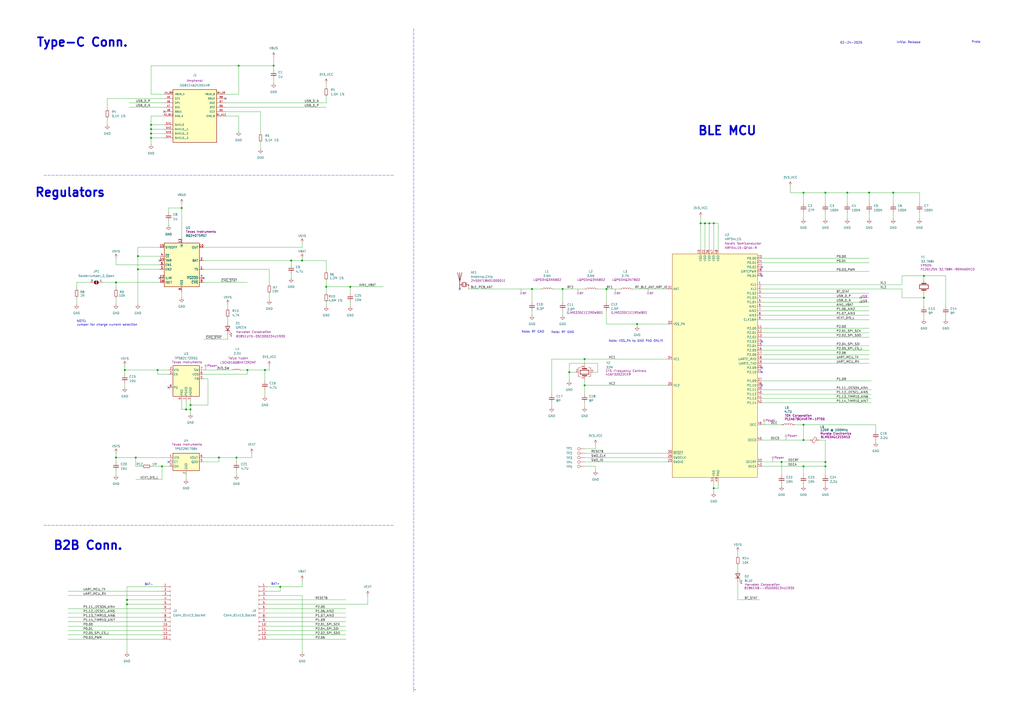
<source format=kicad_sch>
(kicad_sch (version 20250114) (generator "eeschema") (generator_version "9.0")
  (paper "A2")
  (title_block (title "nRF54L15 ProMicro") (date "2025-02-24") (rev "Proto") (company "BB Designs"))
  (text "NOTE: \nJumper for charge current selection" (at 44.45 187.452 0) (effects (font (size 1.27 1.27)) (justify left)))
  (text "Proto" (at 566.166 24.384 0) (effects (font (size 1.27 1.27))))
  (text "Note: VSS_PA to GND PAD ONLY!" (at 368.808 197.866 0) (effects (font (size 1.27 1.27))))
  (text "BAT+" (at 159.766 338.836 0) (effects (font (size 1.27 1.27))))
  (text "02-24-2025" (at 493.776 24.892 0) (effects (font (size 1.27 1.27))))
  (text "Initial Release" (at 527.05 24.638 0) (effects (font (size 1.27 1.27))))
  (text "BLE MCU" (at 421.894 75.946 0) (effects (font (size 5 5) (thickness 1) (bold yes))))
  (text "Note: RF GND" (at 309.118 192.532 0) (effects (font (size 1.27 1.27))))
  (text "Type-C Conn." (at 47.752 24.638 0) (effects (font (size 5 5) (thickness 1) (bold yes))))
  (text "BAT-" (at 86.36 339.09 0) (effects (font (size 1.27 1.27))))
  (text "Regulators" (at 40.64 111.76 0) (effects (font (size 5 5) (thickness 1) (bold yes))))
  (text "B2B Conn." (at 51.054 316.484 0) (effects (font (size 5 5) (thickness 1) (bold yes))))
  (text "Note: RF GND" (at 326.39 192.786 0) (effects (font (size 1.27 1.27))))
  (junction (at 72.39 214.63))
  (junction (at 105.41 120.65))
  (junction (at 466.09 111.76))
  (junction (at 466.09 270.51))
  (junction (at 203.2 166.37))
  (junction (at 137.16 265.43))
  (junction (at 408.94 129.54))
  (junction (at 339.09 223.52))
  (junction (at 87.63 77.47))
  (junction (at 87.63 80.01))
  (junction (at 162.56 340.36))
  (junction (at 143.51 214.63))
  (junction (at 91.44 214.63))
  (junction (at 478.79 111.76))
  (junction (at 110.49 234.95))
  (junction (at 73.66 350.52))
  (junction (at 351.79 167.64))
  (junction (at 478.79 270.51))
  (junction (at 326.39 167.64))
  (junction (at 504.19 111.76))
  (junction (at 339.09 208.28))
  (junction (at 189.23 166.37))
  (junction (at 107.95 237.49))
  (junction (at 466.09 255.27))
  (junction (at 453.39 267.97))
  (junction (at 414.02 129.54))
  (junction (at 93.98 270.51))
  (junction (at 158.75 38.1))
  (junction (at 138.43 38.1))
  (junction (at 330.2 215.9))
  (junction (at 67.31 163.83))
  (junction (at 80.01 156.21))
  (junction (at 73.66 347.98))
  (junction (at 175.26 151.13))
  (junction (at 308.61 167.64))
  (junction (at 87.63 74.93))
  (junction (at 466.09 246.38))
  (junction (at 369.57 187.96))
  (junction (at 67.31 265.43))
  (junction (at 87.63 72.39))
  (junction (at 535.94 172.72))
  (junction (at 153.67 214.63))
  (junction (at 127 265.43))
  (junction (at 168.91 151.13))
  (junction (at 535.94 160.02))
  (junction (at 78.74 265.43))
  (junction (at 518.16 111.76))
  (junction (at 80.01 148.59))
  (junction (at 491.49 111.76))
  (junction (at 110.49 237.49))
  (junction (at 414.02 283.21))
  (junction (at 406.4 129.54))
  (junction (at 411.48 129.54))
  (junction (at 478.79 267.97))
  (no_connect (at 441.96 154.94))
  (no_connect (at 130.81 57.15))
  (no_connect (at 441.96 215.9))
  (no_connect (at 441.96 160.02))
  (no_connect (at 92.71 161.29))
  (no_connect (at 92.71 151.13))
  (no_connect (at 441.96 223.52))
  (no_connect (at 441.96 213.36))
  (no_connect (at 441.96 198.12))
  (no_connect (at 266.7 167.64))
  (no_connect (at 118.11 161.29))
  (no_connect (at 97.79 224.79))
  (no_connect (at 97.79 267.97))
  (no_connect (at 95.25 64.77))
  (wire (pts (xy 441.96 170.18) (xy 504.19 170.18)))
  (wire (pts (xy 427.99 320.04) (xy 427.99 322.58)))
  (wire (pts (xy 320.04 208.28) (xy 320.04 228.6)))
  (wire (pts (xy 44.45 163.83) (xy 44.45 167.64)))
  (wire (pts (xy 308.61 167.64) (xy 313.69 167.64)))
  (wire (pts (xy 154.94 347.98) (xy 200.66 347.98)))
  (wire (pts (xy 93.98 270.51) (xy 93.98 278.13)))
  (wire (pts (xy 91.44 214.63) (xy 72.39 214.63)))
  (wire (pts (xy 339.09 208.28) (xy 387.35 208.28)))
  (wire (pts (xy 518.16 123.19) (xy 518.16 127)))
  (wire (pts (xy 118.11 265.43) (xy 127 265.43)))
  (wire (pts (xy 73.66 350.52) (xy 93.98 350.52)))
  (wire (pts (xy 87.63 72.39) (xy 87.63 74.93)))
  (wire (pts (xy 411.48 129.54) (xy 414.02 129.54)))
  (wire (pts (xy 120.65 219.71) (xy 120.65 234.95)))
  (wire (pts (xy 118.11 143.51) (xy 175.26 143.51)))
  (wire (pts (xy 138.43 67.31) (xy 138.43 76.2)))
  (wire (pts (xy 138.43 38.1) (xy 138.43 54.61)))
  (wire (pts (xy 93.98 340.36) (xy 73.66 340.36)))
  (wire (pts (xy 508 246.38) (xy 508 250.19)))
  (wire (pts (xy 154.94 345.44) (xy 175.26 345.44)))
  (wire (pts (xy 351.79 180.34) (xy 351.79 187.96)))
  (wire (pts (xy 154.94 370.84) (xy 200.66 370.84)))
  (wire (pts (xy 92.71 143.51) (xy 80.01 143.51)))
  (wire (pts (xy 130.81 62.23) (xy 189.23 62.23)))
  (wire (pts (xy 441.96 165.1) (xy 523.24 165.1)))
  (wire (pts (xy 345.44 260.35) (xy 345.44 257.81)))
  (wire (pts (xy 491.49 111.76) (xy 504.19 111.76)))
  (wire (pts (xy 523.24 160.02) (xy 535.94 160.02)))
  (wire (pts (xy 339.09 265.43) (xy 387.35 265.43)))
  (wire (pts (xy 87.63 270.51) (xy 93.98 270.51)))
  (wire (pts (xy 39.37 365.76) (xy 93.98 365.76)))
  (wire (pts (xy 508 255.27) (xy 508 256.54)))
  (wire (pts (xy 93.98 342.9) (xy 39.37 342.9)))
  (wire (pts (xy 93.98 355.6) (xy 39.37 355.6)))
  (wire (pts (xy 339.09 223.52) (xy 387.35 223.52)))
  (wire (pts (xy 466.09 270.51) (xy 478.79 270.51)))
  (wire (pts (xy 127 265.43) (xy 137.16 265.43)))
  (wire (pts (xy 132.08 184.15) (xy 132.08 186.69)))
  (wire (pts (xy 453.39 280.67) (xy 453.39 281.94)))
  (wire (pts (xy 44.45 163.83) (xy 52.07 163.83)))
  (wire (pts (xy 406.4 129.54) (xy 406.4 125.73)))
  (wire (pts (xy 168.91 151.13) (xy 168.91 153.67)))
  (wire (pts (xy 367.03 167.64) (xy 387.35 167.64)))
  (wire (pts (xy 478.79 267.97) (xy 453.39 267.97)))
  (wire (pts (xy 110.49 232.41) (xy 110.49 234.95)))
  (wire (pts (xy 441.96 270.51) (xy 466.09 270.51)))
  (wire (pts (xy 474.98 255.27) (xy 478.79 255.27)))
  (wire (pts (xy 158.75 33.02) (xy 158.75 38.1)))
  (wire (pts (xy 458.47 111.76) (xy 466.09 111.76)))
  (wire (pts (xy 72.39 214.63) (xy 72.39 217.17)))
  (wire (pts (xy 44.45 172.72) (xy 44.45 176.53)))
  (wire (pts (xy 87.63 38.1) (xy 87.63 54.61)))
  (wire (pts (xy 441.96 193.04) (xy 504.19 193.04)))
  (wire (pts (xy 508 246.38) (xy 466.09 246.38)))
  (wire (pts (xy 151.13 82.55) (xy 151.13 86.36)))
  (wire (pts (xy 441.96 226.06) (xy 505.46 226.06)))
  (wire (pts (xy 73.66 347.98) (xy 93.98 347.98)))
  (wire (pts (xy 154.94 350.52) (xy 213.36 350.52)))
  (wire (pts (xy 308.61 167.64) (xy 308.61 175.26)))
  (wire (pts (xy 132.08 176.53) (xy 132.08 179.07)))
  (wire (pts (xy 87.63 80.01) (xy 87.63 83.82)))
  (wire (pts (xy 67.31 163.83) (xy 92.71 163.83)))
  (wire (pts (xy 137.16 265.43) (xy 146.05 265.43)))
  (wire (pts (xy 466.09 255.27) (xy 469.9 255.27)))
  (wire (pts (xy 408.94 129.54) (xy 411.48 129.54)))
  (wire (pts (xy 414.02 129.54) (xy 416.56 129.54)))
  (wire (pts (xy 67.31 149.86) (xy 67.31 153.67)))
  (polyline (pts (xy 25.4 101.6) (xy 228.6 101.6)) (stroke (width 0) (type dash)))
  (wire (pts (xy 441.96 208.28) (xy 504.19 208.28)))
  (wire (pts (xy 466.09 123.19) (xy 466.09 127)))
  (wire (pts (xy 175.26 149.86) (xy 175.26 151.13)))
  (wire (pts (xy 120.65 219.71) (xy 118.11 219.71)))
  (wire (pts (xy 175.26 151.13) (xy 189.23 151.13)))
  (wire (pts (xy 339.09 233.68) (xy 339.09 236.22)))
  (wire (pts (xy 453.39 267.97) (xy 453.39 275.59)))
  (wire (pts (xy 189.23 48.26) (xy 189.23 50.8)))
  (wire (pts (xy 97.79 214.63) (xy 91.44 214.63)))
  (wire (pts (xy 87.63 38.1) (xy 138.43 38.1)))
  (wire (pts (xy 168.91 158.75) (xy 168.91 161.29)))
  (wire (pts (xy 535.94 182.88) (xy 535.94 185.42)))
  (wire (pts (xy 345.44 270.51) (xy 345.44 273.05)))
  (wire (pts (xy 308.61 180.34) (xy 308.61 182.88)))
  (wire (pts (xy 67.31 262.89) (xy 67.31 265.43)))
  (wire (pts (xy 162.56 340.36) (xy 175.26 340.36)))
  (wire (pts (xy 73.66 340.36) (xy 73.66 347.98)))
  (wire (pts (xy 441.96 157.48) (xy 504.19 157.48)))
  (wire (pts (xy 441.96 185.42) (xy 504.19 185.42)))
  (wire (pts (xy 320.04 233.68) (xy 320.04 236.22)))
  (wire (pts (xy 130.81 59.69) (xy 189.23 59.69)))
  (wire (pts (xy 533.4 111.76) (xy 533.4 118.11)))
  (wire (pts (xy 416.56 283.21) (xy 414.02 283.21)))
  (wire (pts (xy 168.91 151.13) (xy 175.26 151.13)))
  (wire (pts (xy 95.25 62.23) (xy 74.93 62.23)))
  (wire (pts (xy 504.19 111.76) (xy 518.16 111.76)))
  (wire (pts (xy 138.43 38.1) (xy 158.75 38.1)))
  (wire (pts (xy 162.56 342.9) (xy 162.56 340.36)))
  (wire (pts (xy 523.24 167.64) (xy 523.24 172.72)))
  (wire (pts (xy 441.96 220.98) (xy 505.46 220.98)))
  (wire (pts (xy 441.96 205.74) (xy 504.19 205.74)))
  (wire (pts (xy 97.79 128.27) (xy 97.79 130.81)))
  (wire (pts (xy 93.98 370.84) (xy 39.37 370.84)))
  (wire (pts (xy 59.69 163.83) (xy 67.31 163.83)))
  (wire (pts (xy 411.48 129.54) (xy 411.48 144.78)))
  (wire (pts (xy 326.39 180.34) (xy 326.39 182.88)))
  (wire (pts (xy 62.23 57.15) (xy 62.23 63.5)))
  (wire (pts (xy 143.51 214.63) (xy 143.51 217.17)))
  (wire (pts (xy 67.31 273.05) (xy 67.31 275.59)))
  (wire (pts (xy 93.98 368.3) (xy 39.37 368.3)))
  (wire (pts (xy 339.09 223.52) (xy 339.09 228.6)))
  (wire (pts (xy 97.79 270.51) (xy 93.98 270.51)))
  (wire (pts (xy 80.01 143.51) (xy 80.01 148.59)))
  (wire (pts (xy 153.67 214.63) (xy 153.67 220.98)))
  (wire (pts (xy 189.23 166.37) (xy 189.23 170.18)))
  (wire (pts (xy 441.96 152.4) (xy 504.19 152.4)))
  (wire (pts (xy 153.67 226.06) (xy 153.67 229.87)))
  (wire (pts (xy 87.63 74.93) (xy 87.63 77.47)))
  (wire (pts (xy 535.94 160.02) (xy 535.94 162.56)))
  (wire (pts (xy 548.64 160.02) (xy 548.64 177.8)))
  (wire (pts (xy 154.94 340.36) (xy 162.56 340.36)))
  (wire (pts (xy 80.01 148.59) (xy 92.71 148.59)))
  (wire (pts (xy 346.71 215.9) (xy 346.71 210.82)))
  (wire (pts (xy 461.01 246.38) (xy 466.09 246.38)))
  (wire (pts (xy 107.95 237.49) (xy 105.41 237.49)))
  (wire (pts (xy 320.04 208.28) (xy 339.09 208.28)))
  (wire (pts (xy 441.96 203.2) (xy 504.19 203.2)))
  (wire (pts (xy 414.02 279.4) (xy 414.02 283.21)))
  (wire (pts (xy 80.01 156.21) (xy 92.71 156.21)))
  (wire (pts (xy 93.98 345.44) (xy 39.37 345.44)))
  (wire (pts (xy 466.09 111.76) (xy 466.09 118.11)))
  (wire (pts (xy 339.09 260.35) (xy 345.44 260.35)))
  (wire (pts (xy 427.99 337.82) (xy 427.99 347.98)))
  (wire (pts (xy 491.49 111.76) (xy 491.49 118.11)))
  (wire (pts (xy 466.09 246.38) (xy 466.09 255.27)))
  (wire (pts (xy 441.96 228.6) (xy 505.46 228.6)))
  (wire (pts (xy 518.16 111.76) (xy 518.16 118.11)))
  (wire (pts (xy 62.23 57.15) (xy 95.25 57.15)))
  (wire (pts (xy 535.94 172.72) (xy 535.94 177.8)))
  (wire (pts (xy 95.25 72.39) (xy 87.63 72.39)))
  (wire (pts (xy 369.57 187.96) (xy 387.35 187.96)))
  (wire (pts (xy 478.79 123.19) (xy 478.79 127)))
  (wire (pts (xy 189.23 175.26) (xy 189.23 177.8)))
  (wire (pts (xy 93.98 353.06) (xy 39.37 353.06)))
  (wire (pts (xy 339.09 270.51) (xy 345.44 270.51)))
  (wire (pts (xy 478.79 111.76) (xy 491.49 111.76)))
  (wire (pts (xy 535.94 170.18) (xy 535.94 172.72)))
  (wire (pts (xy 154.94 358.14) (xy 200.66 358.14)))
  (wire (pts (xy 72.39 212.09) (xy 72.39 214.63)))
  (wire (pts (xy 153.67 214.63) (xy 156.21 214.63)))
  (wire (pts (xy 326.39 167.64) (xy 326.39 175.26)))
  (wire (pts (xy 87.63 67.31) (xy 87.63 72.39)))
  (wire (pts (xy 408.94 129.54) (xy 406.4 129.54)))
  (wire (pts (xy 158.75 45.72) (xy 158.75 48.26)))
  (polyline (pts (xy 25.4 304.8) (xy 228.6 304.8)) (stroke (width 0) (type dash)))
  (wire (pts (xy 441.96 167.64) (xy 523.24 167.64)))
  (wire (pts (xy 414.02 283.21) (xy 414.02 285.75)))
  (wire (pts (xy 453.39 267.97) (xy 441.96 267.97)))
  (wire (pts (xy 441.96 177.8) (xy 504.19 177.8)))
  (wire (pts (xy 466.09 111.76) (xy 478.79 111.76)))
  (wire (pts (xy 91.44 217.17) (xy 91.44 214.63)))
  (wire (pts (xy 466.09 280.67) (xy 466.09 281.94)))
  (wire (pts (xy 416.56 279.4) (xy 416.56 283.21)))
  (wire (pts (xy 339.09 219.71) (xy 339.09 223.52)))
  (wire (pts (xy 67.31 265.43) (xy 67.31 267.97)))
  (wire (pts (xy 118.11 267.97) (xy 127 267.97)))
  (wire (pts (xy 97.79 120.65) (xy 97.79 123.19)))
  (wire (pts (xy 151.13 64.77) (xy 151.13 77.47)))
  (wire (pts (xy 80.01 156.21) (xy 80.01 176.53)))
  (wire (pts (xy 168.91 151.13) (xy 118.11 151.13)))
  (wire (pts (xy 330.2 215.9) (xy 330.2 220.98)))
  (wire (pts (xy 441.96 180.34) (xy 504.19 180.34)))
  (wire (pts (xy 478.79 270.51) (xy 478.79 275.59)))
  (wire (pts (xy 535.94 160.02) (xy 548.64 160.02)))
  (wire (pts (xy 92.71 153.67) (xy 67.31 153.67)))
  (wire (pts (xy 441.96 233.68) (xy 505.46 233.68)))
  (wire (pts (xy 105.41 120.65) (xy 105.41 138.43)))
  (wire (pts (xy 154.94 355.6) (xy 200.66 355.6)))
  (wire (pts (xy 72.39 222.25) (xy 72.39 224.79)))
  (wire (pts (xy 156.21 156.21) (xy 156.21 165.1)))
  (wire (pts (xy 120.65 234.95) (xy 110.49 234.95)))
  (wire (pts (xy 408.94 144.78) (xy 408.94 129.54)))
  (wire (pts (xy 203.2 166.37) (xy 203.2 170.18)))
  (wire (pts (xy 441.96 182.88) (xy 504.19 182.88)))
  (wire (pts (xy 458.47 107.95) (xy 458.47 111.76)))
  (wire (pts (xy 97.79 217.17) (xy 91.44 217.17)))
  (wire (pts (xy 139.7 214.63) (xy 143.51 214.63)))
  (wire (pts (xy 441.96 190.5) (xy 504.19 190.5)))
  (wire (pts (xy 344.17 215.9) (xy 346.71 215.9)))
  (wire (pts (xy 441.96 200.66) (xy 504.19 200.66)))
  (wire (pts (xy 339.09 208.28) (xy 339.09 212.09)))
  (wire (pts (xy 406.4 144.78) (xy 406.4 129.54)))
  (wire (pts (xy 154.94 342.9) (xy 162.56 342.9)))
  (wire (pts (xy 518.16 111.76) (xy 533.4 111.76)))
  (wire (pts (xy 93.98 363.22) (xy 39.37 363.22)))
  (wire (pts (xy 441.96 172.72) (xy 504.19 172.72)))
  (wire (pts (xy 330.2 215.9) (xy 334.01 215.9)))
  (wire (pts (xy 478.79 280.67) (xy 478.79 281.94)))
  (wire (pts (xy 189.23 59.69) (xy 189.23 55.88)))
  (wire (pts (xy 80.01 148.59) (xy 80.01 156.21)))
  (wire (pts (xy 548.64 182.88) (xy 548.64 185.42)))
  (wire (pts (xy 213.36 345.44) (xy 213.36 350.52)))
  (wire (pts (xy 137.16 273.05) (xy 137.16 275.59)))
  (wire (pts (xy 175.26 336.55) (xy 175.26 340.36)))
  (wire (pts (xy 158.75 38.1) (xy 158.75 40.64)))
  (wire (pts (xy 478.79 255.27) (xy 478.79 267.97)))
  (wire (pts (xy 441.96 195.58) (xy 504.19 195.58)))
  (polyline (pts (xy 240.03 16.51) (xy 240.03 401.32)) (stroke (width 0) (type dash)))
  (wire (pts (xy 504.19 123.19) (xy 504.19 127)))
  (wire (pts (xy 87.63 77.47) (xy 87.63 80.01)))
  (wire (pts (xy 67.31 172.72) (xy 67.31 176.53)))
  (wire (pts (xy 73.66 350.52) (xy 73.66 378.46)))
  (wire (pts (xy 95.25 67.31) (xy 87.63 67.31)))
  (wire (pts (xy 441.96 175.26) (xy 504.19 175.26)))
  (wire (pts (xy 326.39 167.64) (xy 339.09 167.64)))
  (wire (pts (xy 118.11 196.85) (xy 132.08 196.85)))
  (wire (pts (xy 441.96 231.14) (xy 505.46 231.14)))
  (wire (pts (xy 339.09 267.97) (xy 387.35 267.97)))
  (wire (pts (xy 118.11 217.17) (xy 143.51 217.17)))
  (wire (pts (xy 130.81 54.61) (xy 138.43 54.61)))
  (wire (pts (xy 137.16 265.43) (xy 137.16 267.97)))
  (wire (pts (xy 203.2 166.37) (xy 222.25 166.37)))
  (wire (pts (xy 127 267.97) (xy 127 265.43)))
  (wire (pts (xy 416.56 129.54) (xy 416.56 144.78)))
  (wire (pts (xy 105.41 232.41) (xy 105.41 237.49)))
  (wire (pts (xy 491.49 123.19) (xy 491.49 127)))
  (wire (pts (xy 504.19 111.76) (xy 504.19 118.11)))
  (wire (pts (xy 130.81 64.77) (xy 151.13 64.77)))
  (wire (pts (xy 78.74 270.51) (xy 78.74 265.43)))
  (wire (pts (xy 414.02 144.78) (xy 414.02 129.54)))
  (wire (pts (xy 351.79 167.64) (xy 351.79 175.26)))
  (wire (pts (xy 346.71 210.82) (xy 330.2 210.82)))
  (wire (pts (xy 351.79 167.64) (xy 359.41 167.64)))
  (wire (pts (xy 154.94 363.22) (xy 200.66 363.22)))
  (wire (pts (xy 132.08 196.85) (xy 132.08 194.31)))
  (wire (pts (xy 369.57 187.96) (xy 369.57 189.23)))
  (wire (pts (xy 523.24 172.72) (xy 535.94 172.72)))
  (polyline (pts (xy 240.03 400.05) (xy 241.3 400.05)))
  (wire (pts (xy 110.49 237.49) (xy 110.49 240.03)))
  (wire (pts (xy 67.31 265.43) (xy 78.74 265.43)))
  (wire (pts (xy 175.26 140.97) (xy 175.26 143.51)))
  (wire (pts (xy 441.96 246.38) (xy 453.39 246.38)))
  (wire (pts (xy 203.2 175.26) (xy 203.2 177.8)))
  (wire (pts (xy 339.09 262.89) (xy 387.35 262.89)))
  (wire (pts (xy 189.23 151.13) (xy 189.23 157.48)))
  (wire (pts (xy 118.11 163.83) (xy 143.51 163.83)))
  (wire (pts (xy 143.51 214.63) (xy 153.67 214.63)))
  (wire (pts (xy 95.25 59.69) (xy 74.93 59.69)))
  (wire (pts (xy 189.23 166.37) (xy 203.2 166.37)))
  (wire (pts (xy 97.79 120.65) (xy 105.41 120.65)))
  (wire (pts (xy 154.94 360.68) (xy 200.66 360.68)))
  (wire (pts (xy 78.74 278.13) (xy 93.98 278.13)))
  (wire (pts (xy 154.94 368.3) (xy 200.66 368.3)))
  (wire (pts (xy 533.4 123.19) (xy 533.4 127)))
  (wire (pts (xy 154.94 365.76) (xy 200.66 365.76)))
  (wire (pts (xy 87.63 54.61) (xy 95.25 54.61)))
  (wire (pts (xy 441.96 255.27) (xy 466.09 255.27)))
  (wire (pts (xy 73.66 347.98) (xy 73.66 350.52)))
  (wire (pts (xy 441.96 149.86) (xy 504.19 149.86)))
  (wire (pts (xy 466.09 270.51) (xy 466.09 275.59)))
  (wire (pts (xy 118.11 156.21) (xy 156.21 156.21)))
  (wire (pts (xy 156.21 170.18) (xy 156.21 173.99)))
  (wire (pts (xy 95.25 74.93) (xy 87.63 74.93)))
  (wire (pts (xy 351.79 187.96) (xy 369.57 187.96)))
  (wire (pts (xy 93.98 358.14) (xy 39.37 358.14)))
  (wire (pts (xy 175.26 345.44) (xy 175.26 378.46)))
  (wire (pts (xy 107.95 275.59) (xy 107.95 278.13)))
  (wire (pts (xy 130.81 67.31) (xy 138.43 67.31)))
  (wire (pts (xy 146.05 262.89) (xy 146.05 265.43)))
  (wire (pts (xy 62.23 68.58) (xy 62.23 72.39)))
  (wire (pts (xy 427.99 347.98) (xy 440.69 347.98)))
  (wire (pts (xy 189.23 162.56) (xy 189.23 166.37)))
  (wire (pts (xy 118.11 214.63) (xy 134.62 214.63)))
  (wire (pts (xy 95.25 77.47) (xy 87.63 77.47)))
  (wire (pts (xy 82.55 270.51) (xy 78.74 270.51)))
  (wire (pts (xy 93.98 360.68) (xy 39.37 360.68)))
  (wire (pts (xy 105.41 118.11) (xy 105.41 120.65)))
  (wire (pts (xy 110.49 237.49) (xy 107.95 237.49)))
  (wire (pts (xy 321.31 167.64) (xy 326.39 167.64)))
  (wire (pts (xy 523.24 160.02) (xy 523.24 165.1)))
  (wire (pts (xy 330.2 210.82) (xy 330.2 215.9)))
  (wire (pts (xy 346.71 167.64) (xy 351.79 167.64)))
  (wire (pts (xy 107.95 232.41) (xy 107.95 237.49)))
  (wire (pts (xy 105.41 168.91) (xy 105.41 172.72)))
  (wire (pts (xy 427.99 327.66) (xy 427.99 330.2)))
  (wire (pts (xy 67.31 163.83) (xy 67.31 167.64)))
  (wire (pts (xy 478.79 270.51) (xy 478.79 267.97)))
  (wire (pts (xy 110.49 234.95) (xy 110.49 237.49)))
  (wire (pts (xy 478.79 111.76) (xy 478.79 118.11)))
  (wire (pts (xy 156.21 212.09) (xy 156.21 214.63)))
  (wire (pts (xy 441.96 210.82) (xy 504.19 210.82)))
  (wire (pts (xy 97.79 265.43) (xy 78.74 265.43)))
  (wire (pts (xy 154.94 353.06) (xy 200.66 353.06)))
  (wire (pts (xy 95.25 80.01) (xy 87.63 80.01)))
  (wire (pts (xy 271.78 167.64) (xy 308.61 167.64)))
  (label "~{CHG_STAT}" (at 119.38 196.85 0))
  (label "P2.06" (at 485.14 205.74 0))
  (label "DECD" (at 447.04 255.27 0))
  (label "UART_MCU_TX" (at 48.26 342.9 0))
  (label "P2.04_SPI_SDI" (at 182.88 365.76 0))
  (label "P1.07_AIN3" (at 485.14 182.88 0))
  (label "P1.11_I2CSDA_AIN4" (at 48.26 353.06 0))
  (label "UART_MCU_RX" (at 485.14 210.82 0))
  (label "BT_STAT" (at 485.14 170.18 0))
  (label "RF2" (at 328.93 167.64 0))
  (label "DECA" (at 457.2 270.51 0))
  (label "P2.04_SPI_SDI" (at 485.14 200.66 0))
  (label "USB_D_P" (at 485.14 172.72 0))
  (label "P0.03_PWM" (at 485.14 157.48 0))
  (label "VEXT_DIS_L" (at 81.28 278.13 0))
  (label "XC1" (at 353.06 208.28 0))
  (label "P1.13_TIMR10_AIN6" (at 485.14 231.14 0))
  (label "P0.00" (at 485.14 149.86 0))
  (label "SWD_CLK" (at 342.9 265.43 0))
  (label "P2.01_SPI_SCK" (at 485.14 193.04 0))
  (label "UART_MCU_TX" (at 485.14 208.28 0))
  (label "P0.01" (at 485.14 152.4 0))
  (label "XL1" (at 510.54 165.1 0))
  (label "P1.07_AIN3" (at 182.88 358.14 0))
  (label "DECRF" (at 457.2 267.97 0))
  (label "SWD_IO" (at 342.9 267.97 0))
  (label "3V3_SW" (at 125.73 214.63 0))
  (label "P2.06" (at 182.88 370.84 0))
  (label "USB_D_N" (at 78.74 62.23 0))
  (label "USB_D_N" (at 485.14 175.26 0))
  (label "P0.01" (at 48.26 365.76 0))
  (label "P0.03_PWM" (at 48.26 370.84 0))
  (label "P1.11_I2CSDA_AIN4" (at 485.14 226.06 0))
  (label "P2.05_SPI_CS_L" (at 48.26 368.3 0))
  (label "DCC" (at 447.04 246.38 0))
  (label "XL2" (at 510.54 167.64 0))
  (label "P2.00" (at 182.88 353.06 0))
  (label "P1.14_TIMR10_AIN7" (at 485.14 233.68 0))
  (label "P2.01_SPI_SCK" (at 182.88 363.22 0))
  (label "BT_STAT" (at 431.8 347.98 0))
  (label "USB_D_P" (at 176.53 62.23 0))
  (label "USB_D_N" (at 176.53 59.69 0))
  (label "UART_MCU_RX" (at 48.26 345.44 0))
  (label "USB_D_P" (at 78.74 59.69 0))
  (label "BLE_PCB_ANT" (at 273.05 167.64 0))
  (label "AIN1_VBAT" (at 208.28 166.37 0))
  (label "P2.02_SPI_SDO" (at 182.88 368.3 0))
  (label "~{CHG_STAT}" (at 128.27 163.83 0))
  (label "P2.00" (at 485.14 190.5 0))
  (label "P1.12_I2CSCL_AIN5" (at 485.14 228.6 0))
  (label "P1.06_AIN2" (at 182.88 355.6 0))
  (label "VEXT_DIS_L" (at 485.14 185.42 0))
  (label "RESETB" (at 182.88 347.98 0))
  (label "P2.02_SPI_SDO" (at 485.14 195.58 0))
  (label "P1.14_TIMR10_AIN7" (at 48.26 360.68 0))
  (label "XC2" (at 353.06 223.52 0))
  (label "P0.00" (at 48.26 363.22 0))
  (label "RF_BLE_ANT_NRF_IO" (at 368.3 167.64 0))
  (label "RESETB" (at 342.9 262.89 0))
  (label "P1.09" (at 485.14 220.98 0))
  (label "P1.12_I2CSCL_AIN5" (at 48.26 355.6 0))
  (label "P1.06_AIN2" (at 485.14 180.34 0))
  (label "P2.05_SPI_CS_L" (at 485.14 203.2 0))
  (label "AIN1_VBAT" (at 485.14 177.8 0))
  (label "P1.13_TIMR10_AIN6" (at 48.26 358.14 0))
  (label "RF1" (at 351.79 167.64 0))
  (label "P1.09" (at 182.88 360.68 0))
  (netclass_flag "" (length 2.54) (shape round) (at 119.38 214.63 0) (property "Netclass" "Power" (at 120.0785 212.09 0) (effects (font (italic yes)) (justify left))))
  (netclass_flag "" (length 2.54) (shape round) (at 302.26 167.64 180) (property "Netclass" "RF" (at 302.9585 170.18 0) (effects (font (italic yes)) (justify left))))
  (netclass_flag "" (length 2.54) (shape round) (at 455.93 255.27 0) (property "Netclass" "Power" (at 456.6285 252.73 0) (effects (font (italic yes)) (justify left))))
  (netclass_flag "" (length 2.54) (shape round) (at 356.87 167.64 180) (property "Netclass" "RF" (at 357.5685 170.18 0) (effects (font (italic yes)) (justify left))))
  (netclass_flag "" (length 2.54) (shape round) (at 501.65 172.72 90) (property "Netclass" "USB" (at 499.11 172.0215 0) (effects (font (italic yes)) (justify left))))
  (netclass_flag "" (length 2.54) (shape round) (at 375.92 167.64 180) (property "Netclass" "RF" (at 376.6185 170.18 0) (effects (font (italic yes)) (justify left))))
  (netclass_flag "" (length 2.54) (shape round) (at 443.23 246.38 0) (property "Netclass" "Power" (at 443.9285 243.84 0) (effects (font (italic yes)) (justify left))))
  (netclass_flag "" (length 2.54) (shape round) (at 448.31 267.97 0) (property "Netclass" "Power" (at 449.0085 265.43 0) (effects (font (italic yes)) (justify left))))
  (netclass_flag "" (length 2.54) (shape round) (at 335.28 167.64 180) (property "Netclass" "RF" (at 335.9785 170.18 0) (effects (font (italic yes)) (justify left))))
  (netclass_flag "" (length 2.54) (shape round) (at 501.65 175.26 90) (property "Netclass" "USB" (at 499.11 174.5615 0) (effects (font (italic yes)) (justify left))))
  (symbol (lib_id "power:GND") (at 158.75 48.26 0) (unit 1)
    (property "Reference" "#PWR053" (effects (hide yes)))
    (property "Value" "GND" (at 158.75 53.34 0))
    (property "Description" "Power symbol creates a global label with name \"GND\" , ground" (effects (hide yes)))
  )
  (symbol (lib_id "Device:C_Small") (at 97.79 125.73 0) (unit 1)
    (property "Reference" "C8" (at 100.33 124.4662 0) (effects (justify left)))
    (property "Value" "1U" (at 100.33 127.0062 0) (effects (justify left)))
    (property "Footprint" "Capacitor_SMD:C_0201_0603Metric" (effects (hide yes)))
    (property "Description" "Unpolarized capacitor, small symbol" (effects (hide yes)))
  )
  (symbol (lib_id "power:GND") (at 345.44 273.05 0) (unit 1)
    (property "Reference" "#PWR062" (effects (hide yes)))
    (property "Value" "GND" (at 345.44 278.13 0))
    (property "Description" "Power symbol creates a global label with name \"GND\" , ground" (effects (hide yes)))
  )
  (symbol (lib_id "power:GND") (at 326.39 182.88 0) (unit 1)
    (property "Reference" "#PWR015" (effects (hide yes)))
    (property "Value" "GND" (at 326.39 187.96 0))
    (property "Description" "Power symbol creates a global label with name \"GND\" , ground" (effects (hide yes)))
  )
  (symbol (lib_id "Power_Management:TPS22917DBV") (at 107.95 267.97 0) (unit 1)
    (property "Reference" "U4" (at 107.95 255.524 0))
    (property "Value" "TPS22917DBV" (at 107.95 260.35 0))
    (property "Footprint" "Package_TO_SOT_SMD:SOT-23-6" (effects (hide yes)))
    (property "Datasheet" "http://www.ti.com/lit/ds/symlink/tps22917.pdf" (effects (hide yes)))
    (property "Description" "1V to 5.5V, 2A, 80mΩ Ultra-Low Leakage Load Switch, SOT23-6" (effects (hide yes)))
    (property "MFG_PN" "TPS22917DBVR" (effects (hide yes)))
    (property "MFG" "Texas Instruments" (at 108.458 257.81 0))
  )
  (symbol (lib_id "power:GND") (at 137.16 275.59 0) (unit 1)
    (property "Reference" "#PWR037" (effects (hide yes)))
    (property "Value" "GND" (at 137.16 280.67 0))
    (property "Description" "Power symbol creates a global label with name \"GND\" , ground" (effects (hide yes)))
  )
  (symbol (lib_id "Device:L_Small") (at 137.16 214.63 90) (unit 1)
    (property "Reference" "L4" (at 137.668 202.438 90))
    (property "Value" "2.2U" (at 137.668 204.978 90))
    (property "Footprint" "Inductor_SMD:L_0603_1608Metric" (effects (hide yes)))
    (property "Datasheet" "https://www.mouser.com/datasheet/2/396/Taiyo_Yuden_5_6_2024_LSCND1608HKT2R2MF_SS-3453056.pdf" (effects (hide yes)))
    (property "Description" "Inductor, small symbol" (effects (hide yes)))
    (property "MFG" "Taiyo Yuden" (at 138.176 207.772 90))
    (property "MFG_PN" "LSCND1608HKT2R2MF" (at 138.176 210.312 90))
  )
  (symbol (lib_id "Device:L") (at 342.9 167.64 90) (unit 1)
    (property "Reference" "L2" (at 342.646 157.48 90))
    (property "Value" "3.5N" (at 342.646 160.02 90))
    (property "Footprint" "Inductor_SMD:L_0201_0603Metric" (effects (hide yes)))
    (property "Description" "Inductor" (effects (hide yes)))
    (property "MFG_PN" "LQP03HQ3N5B02" (at 342.9 162.306 90))
  )
  (symbol (lib_id "power:GND") (at 62.23 72.39 0) (unit 1)
    (property "Reference" "#PWR043" (effects (hide yes)))
    (property "Value" "GND" (at 62.23 77.47 0))
    (property "Description" "Power symbol creates a global label with name \"GND\" , ground" (effects (hide yes)))
  )
  (symbol (lib_id "power:GND") (at 203.2 177.8 0) (unit 1)
    (property "Reference" "#PWR02" (effects (hide yes)))
    (property "Value" "GND" (at 203.2 182.88 0))
    (property "Description" "Power symbol creates a global label with name \"GND\" , ground" (effects (hide yes)))
  )
  (symbol (lib_id "Device:FerriteBead_Small") (at 472.44 255.27 90) (unit 1)
    (property "Reference" "L6" (at 477.012 247.65 90))
    (property "Value" "120R @ 100MHz" (at 483.87 249.428 90))
    (property "Footprint" "Inductor_SMD:L_0201_0603Metric" (effects (hide yes)))
    (property "Description" "Ferrite bead, small symbol" (effects (hide yes)))
    (property "MFG" "Murata Electronics" (at 484.886 251.46 90))
    (property "MFG_PN" "BLM03AG121SN1D" (at 484.632 253.492 90))
  )
  (symbol (lib_id "Device:C_Small") (at 72.39 219.71 0) (unit 1)
    (property "Reference" "C15" (at 74.93 218.4462 0) (effects (justify left)))
    (property "Value" "10U" (at 74.93 220.9862 0) (effects (justify left)))
    (property "Footprint" "Capacitor_SMD:C_0402_1005Metric" (effects (hide yes)))
    (property "Description" "Unpolarized capacitor, small symbol" (effects (hide yes)))
  )
  (symbol (lib_id "power:GND") (at 72.39 224.79 0) (unit 1)
    (property "Reference" "#PWR051" (effects (hide yes)))
    (property "Value" "GND" (at 72.39 229.87 0))
    (property "Description" "Power symbol creates a global label with name \"GND\" , ground" (effects (hide yes)))
  )
  (symbol (lib_id "power:GND") (at 466.09 281.94 0) (unit 1)
    (property "Reference" "#PWR026" (effects (hide yes)))
    (property "Value" "GND" (at 466.09 287.02 0))
    (property "Description" "Power symbol creates a global label with name \"GND\" , ground" (effects (hide yes)))
  )
  (symbol (lib_id "power:GND") (at 478.79 127 0) (unit 1)
    (property "Reference" "#PWR05" (effects (hide yes)))
    (property "Value" "GND" (at 478.79 132.08 0))
    (property "Description" "Power symbol creates a global label with name \"GND\" , ground" (effects (hide yes)))
  )
  (symbol (lib_id "power:GND") (at 168.91 161.29 0) (unit 1)
    (property "Reference" "#PWR064" (effects (hide yes)))
    (property "Value" "GND" (at 168.91 166.37 0))
    (property "Description" "Power symbol creates a global label with name \"GND\" , ground" (effects (hide yes)))
  )
  (symbol (lib_id "Device:C_Small") (at 466.09 278.13 0) (unit 1)
    (property "Reference" "C23" (at 468.63 276.8662 0) (effects (justify left)))
    (property "Value" "10N" (at 468.63 279.4062 0) (effects (justify left)))
    (property "Footprint" "Capacitor_SMD:C_0201_0603Metric" (effects (hide yes)))
    (property "Description" "Unpolarized capacitor, small symbol" (effects (hide yes)))
  )
  (symbol (lib_id "Device:R_Small") (at 151.13 80.01 0) (unit 1)
    (property "Reference" "R5" (at 153.67 78.7399 0) (effects (justify left)))
    (property "Value" "5.1K 1%" (at 153.67 81.2799 0) (effects (justify left)))
    (property "Footprint" "Resistor_SMD:R_0201_0603Metric" (effects (hide yes)))
    (property "Description" "Resistor, small symbol" (effects (hide yes)))
  )
  (symbol (lib_id "power:VCC") (at 189.23 48.26 0) (unit 1)
    (property "Reference" "#PWR063" (effects (hide yes)))
    (property "Value" "3V3_VCC" (at 189.23 43.18 0))
    (property "Description" "Power symbol creates a global label with name \"VCC\"" (effects (hide yes)))
  )
  (symbol (lib_id "power:GND") (at 308.61 182.88 0) (unit 1)
    (property "Reference" "#PWR014" (effects (hide yes)))
    (property "Value" "GND" (at 308.61 187.96 0))
    (property "Description" "Power symbol creates a global label with name \"GND\" , ground" (effects (hide yes)))
  )
  (symbol (lib_id "power:VCC") (at 213.36 345.44 0) (unit 1)
    (property "Reference" "#PWR029" (effects (hide yes)))
    (property "Value" "VEXT" (at 213.36 340.36 0))
    (property "Description" "Power symbol creates a global label with name \"VCC\"" (effects (hide yes)))
  )
  (symbol (lib_id "Jumper:SolderJumper_2_Open") (at 55.88 163.83 180) (unit 1) (exclude_from_sim yes) (in_bom no)
    (property "Reference" "JP1" (at 55.88 157.48 0))
    (property "Value" "SolderJumper_2_Open" (at 55.88 160.02 0))
    (property "Footprint" "Jumper:SolderJumper-2_P1.3mm_Open_RoundedPad1.0x1.5mm" (effects (hide yes)))
    (property "Description" "Solder Jumper, 2-pole, open" (effects (hide yes)))
  )
  (symbol (lib_id "Device:C_Small") (at 168.91 156.21 0) (unit 1)
    (property "Reference" "C9" (at 171.45 154.9462 0) (effects (justify left)))
    (property "Value" "4.7U" (at 171.45 157.4862 0) (effects (justify left)))
    (property "Footprint" "Capacitor_SMD:C_0402_1005Metric" (effects (hide yes)))
    (property "Description" "Unpolarized capacitor, small symbol" (effects (hide yes)))
  )
  (symbol (lib_id "Device:R_Small") (at 67.31 170.18 180) (unit 1)
    (property "Reference" "R9" (at 70.612 169.418 0))
    (property "Value" "10K" (at 70.866 171.45 0))
    (property "Footprint" "Resistor_SMD:R_0201_0603Metric" (effects (hide yes)))
    (property "Description" "Resistor, small symbol" (effects (hide yes)))
  )
  (symbol (lib_id "power:GND") (at 535.94 185.42 0) (unit 1)
    (property "Reference" "#PWR010" (effects (hide yes)))
    (property "Value" "GND" (at 535.94 190.5 0))
    (property "Description" "Power symbol creates a global label with name \"GND\" , ground" (effects (hide yes)))
  )
  (symbol (lib_id "Device:R_Small") (at 132.08 181.61 0) (unit 1)
    (property "Reference" "R13" (at 134.62 180.3399 0) (effects (justify left)))
    (property "Value" "4.7K" (at 134.62 182.8799 0) (effects (justify left)))
    (property "Footprint" "Resistor_SMD:R_0201_0603Metric" (effects (hide yes)))
    (property "Description" "Resistor, small symbol" (effects (hide yes)))
  )
  (symbol (lib_id "Device:C_Small") (at 533.4 120.65 0) (unit 1)
    (property "Reference" "C7" (at 535.94 119.3862 0) (effects (justify left)))
    (property "Value" "100N" (at 535.94 121.9262 0) (effects (justify left)))
    (property "Footprint" "Capacitor_SMD:C_0201_0603Metric" (effects (hide yes)))
    (property "Description" "Unpolarized capacitor, small symbol" (effects (hide yes)))
  )
  (symbol (lib_id "power:VCC") (at 146.05 262.89 0) (unit 1)
    (property "Reference" "#PWR049" (effects (hide yes)))
    (property "Value" "VEXT" (at 146.05 257.81 0))
    (property "Description" "Power symbol creates a global label with name \"VCC\"" (effects (hide yes)))
  )
  (symbol (lib_id "Device:C_Small") (at 535.94 180.34 0) (unit 1)
    (property "Reference" "C13" (at 538.48 179.0762 0) (effects (justify left)))
    (property "Value" "9P" (at 538.48 181.6162 0) (effects (justify left)))
    (property "Footprint" "Capacitor_SMD:C_0201_0603Metric" (effects (hide yes)))
    (property "Description" "Unpolarized capacitor, small symbol" (effects (hide yes)))
  )
  (symbol (lib_id "power:GND") (at 175.26 378.46 0) (unit 1)
    (property "Reference" "#PWR012" (effects (hide yes)))
    (property "Value" "GND" (at 175.26 383.54 0))
    (property "Description" "Power symbol creates a global label with name \"GND\" , ground" (effects (hide yes)))
  )
  (symbol (lib_id "power:VCC") (at 175.26 140.97 0) (unit 1)
    (property "Reference" "#PWR045" (effects (hide yes)))
    (property "Value" "VSYS" (at 175.26 136.906 0))
    (property "Description" "Power symbol creates a global label with name \"VCC\"" (effects (hide yes)))
  )
  (symbol (lib_id "Device:C_Small") (at 339.09 231.14 0) (unit 1)
    (property "Reference" "C18" (at 341.63 229.8762 0) (effects (justify left)))
    (property "Value" "8P" (at 341.63 232.4162 0) (effects (justify left)))
    (property "Footprint" "Capacitor_SMD:C_0201_0603Metric" (effects (hide yes)))
    (property "Description" "Unpolarized capacitor, small symbol" (effects (hide yes)))
  )
  (symbol (lib_id "Device:R_Small") (at 156.21 167.64 180) (unit 1)
    (property "Reference" "R7" (at 159.512 166.878 0))
    (property "Value" "10K" (at 159.766 168.91 0))
    (property "Footprint" "Resistor_SMD:R_0201_0603Metric" (effects (hide yes)))
    (property "Description" "Resistor, small symbol" (effects (hide yes)))
  )
  (symbol (lib_id "power:GND") (at 533.4 127 0) (unit 1)
    (property "Reference" "#PWR09" (effects (hide yes)))
    (property "Value" "GND" (at 533.4 132.08 0))
    (property "Description" "Power symbol creates a global label with name \"GND\" , ground" (effects (hide yes)))
  )
  (symbol (lib_id "Device:C_Small") (at 320.04 231.14 0) (unit 1)
    (property "Reference" "C17" (at 322.58 229.8762 0) (effects (justify left)))
    (property "Value" "8P" (at 322.58 232.4162 0) (effects (justify left)))
    (property "Footprint" "Capacitor_SMD:C_0201_0603Metric" (effects (hide yes)))
    (property "Description" "Unpolarized capacitor, small symbol" (effects (hide yes)))
  )
  (symbol (lib_id "Regulator_Switching:TPS62172DSG") (at 107.95 222.25 0) (unit 1)
    (property "Reference" "U3" (at 107.95 205.232 0))
    (property "Value" "TPS62172DSG" (at 107.95 207.772 0))
    (property "Footprint" "Package_SON:WSON-8-1EP_2x2mm_P0.5mm_EP0.9x1.6mm_ThermalVias" (effects (hide yes)))
    (property "Datasheet" "http://www.ti.com/lit/ds/symlink/tps62170.pdf" (effects (hide yes)))
    (property "Description" "500mA Step-Down Converter with DCS-Control, fixed 3.3V output, 3-17V input voltage, WSON-8" (effects (hide yes)))
    (property "MFG_PN" "TPS62172DSGT" (effects (hide yes)))
    (property "MFG" "Texas Instruments" (at 108.458 210.058 0))
  )
  (symbol (lib_id "Device:L") (at 317.5 167.64 90) (unit 1)
    (property "Reference" "L1" (at 317.246 157.48 90))
    (property "Value" "3.5N" (at 317.246 160.02 90))
    (property "Footprint" "Inductor_SMD:L_0201_0603Metric" (effects (hide yes)))
    (property "Description" "Inductor" (effects (hide yes)))
    (property "MFG_PN" "LQP03HQ3N5B02" (at 317.5 162.306 90))
  )
  (symbol (lib_id "Device:C_Small") (at 466.09 120.65 0) (unit 1)
    (property "Reference" "C2" (at 468.63 119.3862 0) (effects (justify left)))
    (property "Value" "27P" (at 468.63 121.9262 0) (effects (justify left)))
    (property "Footprint" "Capacitor_SMD:C_0201_0603Metric" (effects (hide yes)))
    (property "Description" "Unpolarized capacitor, small symbol" (effects (hide yes)))
  )
  (symbol (lib_id "power:VCC") (at 175.26 149.86 0) (unit 1)
    (property "Reference" "#PWR047" (effects (hide yes)))
    (property "Value" "VBAT" (at 175.26 145.796 0))
    (property "Description" "Power symbol creates a global label with name \"VCC\"" (effects (hide yes)))
  )
  (symbol (lib_id "power:VCC") (at 105.41 118.11 0) (unit 1)
    (property "Reference" "#PWR054" (effects (hide yes)))
    (property "Value" "VBUS" (at 105.41 113.03 0))
    (property "Description" "Power symbol creates a global label with name \"VCC\"" (effects (hide yes)))
  )
  (symbol (lib_id "power:GND") (at 330.2 220.98 0) (unit 1)
    (property "Reference" "#PWR022" (effects (hide yes)))
    (property "Value" "GND" (at 330.2 226.06 0))
    (property "Description" "Power symbol creates a global label with name \"GND\" , ground" (effects (hide yes)))
  )
  (symbol (lib_id "power:VCC") (at 67.31 262.89 0) (unit 1)
    (property "Reference" "#PWR034" (effects (hide yes)))
    (property "Value" "VSYS" (at 67.31 258.826 0))
    (property "Description" "Power symbol creates a global label with name \"VCC\"" (effects (hide yes)))
  )
  (symbol (lib_id "Device:Antenna_Chip") (at 269.24 165.1 0) (mirror y) (unit 1)
    (property "Reference" "AE1" (at 273.05 157.988 0) (effects (justify right)))
    (property "Value" "Antenna_Chip" (at 273.05 160.528 0) (effects (justify right)))
    (property "Footprint" "RF_Antenna:Johanson_2450AT18x100" (effects (hide yes)))
    (property "Datasheet" "https://www.johansontechnology.com/datasheets/2450AT18A100/2450AT18A100.pdf" (effects (hide yes)))
    (property "Description" "Ceramic chip antenna with pin for PCB trace" (effects (hide yes)))
    (property "MFG_PN" "2450AT18A0100001E" (at 283.21 162.814 0))
  )
  (symbol (lib_id "Connector:TestPoint") (at 339.09 270.51 90) (unit 1)
    (property "Reference" "TP5" (at 330.2 270.764 90))
    (property "Value" "TestPoint" (effects (hide yes)))
    (property "Footprint" "TestPoint:TestPoint_Pad_D1.0mm" (effects (hide yes)))
    (property "Description" "test point" (effects (hide yes)))
  )
  (symbol (lib_id "power:GND") (at 320.04 236.22 0) (unit 1)
    (property "Reference" "#PWR019" (effects (hide yes)))
    (property "Value" "GND" (at 320.04 241.3 0))
    (property "Description" "Power symbol creates a global label with name \"GND\" , ground" (effects (hide yes)))
  )
  (symbol (lib_id "Battery_Management:BQ24075RGT") (at 105.41 153.67 0) (unit 1)
    (property "Reference" "U1" (at 107.696 132.08 0) (effects (justify left)))
    (property "Value" "BQ24075RGT" (at 107.696 136.652 0) (effects (justify left)))
    (property "Footprint" "Package_DFN_QFN:VQFN-16-1EP_3x3mm_P0.5mm_EP1.6x1.6mm" (effects (hide yes)))
    (property "Datasheet" "http://www.ti.com/lit/ds/symlink/bq24075.pdf" (effects (hide yes)))
    (property "Description" "USB-Friendly Li-Ion Battery Charger and Power-Path Management, VQFN-16" (effects (hide yes)))
    (property "MFG_PN" "BQ24075RGTR" (effects (hide yes)))
    (property "MFG" "Texas Instruments" (at 116.586 134.366 0))
  )
  (symbol (lib_id "Device:C_Small") (at 453.39 278.13 0) (unit 1)
    (property "Reference" "C22" (at 455.93 276.8662 0) (effects (justify left)))
    (property "Value" "10N" (at 455.93 279.4062 0) (effects (justify left)))
    (property "Footprint" "Capacitor_SMD:C_0201_0603Metric" (effects (hide yes)))
    (property "Description" "Unpolarized capacitor, small symbol" (effects (hide yes)))
  )
  (symbol (lib_id "Device:C_Small") (at 137.16 270.51 0) (unit 1)
    (property "Reference" "C21" (at 139.7 269.2462 0) (effects (justify left)))
    (property "Value" "4.7U" (at 139.7 271.7862 0) (effects (justify left)))
    (property "Footprint" "Capacitor_SMD:C_0402_1005Metric" (effects (hide yes)))
    (property "Description" "Unpolarized capacitor, small symbol" (effects (hide yes)))
  )
  (symbol (lib_id "Device:C_Small") (at 478.79 120.65 0) (unit 1)
    (property "Reference" "C3" (at 481.33 119.3862 0) (effects (justify left)))
    (property "Value" "100N" (at 481.33 121.9262 0) (effects (justify left)))
    (property "Footprint" "Capacitor_SMD:C_0201_0603Metric" (effects (hide yes)))
    (property "Description" "Unpolarized capacitor, small symbol" (effects (hide yes)))
  )
  (symbol (lib_id "Connector:Conn_01x13_Socket") (at 99.06 355.6 0) (unit 1)
    (property "Reference" "J2" (at 100.33 354.3299 0) (effects (justify left)))
    (property "Value" "Conn_01x13_Socket" (at 100.33 356.8699 0) (effects (justify left)))
    (property "Footprint" "Connector_PinHeader_2.54mm:PinHeader_1x13_P2.54mm_Vertical" (effects (hide yes)))
    (property "Description" "Generic connector, single row, 01x13, script generated" (effects (hide yes)))
  )
  (symbol (lib_id "power:GND") (at 339.09 236.22 0) (unit 1)
    (property "Reference" "#PWR020" (effects (hide yes)))
    (property "Value" "GND" (at 339.09 241.3 0))
    (property "Description" "Power symbol creates a global label with name \"GND\" , ground" (effects (hide yes)))
  )
  (symbol (lib_id "power:GND") (at 73.66 378.46 0) (unit 1)
    (property "Reference" "#PWR013" (effects (hide yes)))
    (property "Value" "GND" (at 73.66 383.54 0))
    (property "Description" "Power symbol creates a global label with name \"GND\" , ground" (effects (hide yes)))
  )
  (symbol (lib_id "Device:R_Small") (at 189.23 53.34 0) (unit 1)
    (property "Reference" "R1" (at 191.77 52.0699 0) (effects (justify left)))
    (property "Value" "1.5K 1%" (at 191.77 54.6099 0) (effects (justify left)))
    (property "Footprint" "Resistor_SMD:R_0201_0603Metric" (effects (hide yes)))
    (property "Description" "Resistor, small symbol" (effects (hide yes)))
  )
  (symbol (lib_id "power:VCC") (at 406.4 125.73 0) (unit 1)
    (property "Reference" "#PWR041" (effects (hide yes)))
    (property "Value" "3V3_VCC" (at 406.4 120.65 0))
    (property "Description" "Power symbol creates a global label with name \"VCC\"" (effects (hide yes)))
  )
  (symbol (lib_id "power:VCC") (at 158.75 33.02 0) (unit 1)
    (property "Reference" "#PWR01" (effects (hide yes)))
    (property "Value" "VBUS" (at 158.75 27.94 0))
    (property "Description" "Power symbol creates a global label with name \"VCC\"" (effects (hide yes)))
  )
  (symbol (lib_id "power:GND") (at 44.45 176.53 0) (unit 1)
    (property "Reference" "#PWR060" (effects (hide yes)))
    (property "Value" "GND" (at 44.45 181.61 0))
    (property "Description" "Power symbol creates a global label with name \"GND\" , ground" (effects (hide yes)))
  )
  (symbol (lib_id "power:VCC") (at 132.08 176.53 0) (unit 1)
    (property "Reference" "#PWR035" (effects (hide yes)))
    (property "Value" "VSYS" (at 132.08 172.466 0))
    (property "Description" "Power symbol creates a global label with name \"VCC\"" (effects (hide yes)))
  )
  (symbol (lib_id "USBC:GSB1C4621DS1HR") (at 113.03 62.23 0) (unit 1)
    (property "Reference" "J1" (at 113.03 43.688 0))
    (property "Value" "GSB1C4621DS1HR" (at 113.03 49.53 0))
    (property "Footprint" "USBC:AMPHENOL_GSB1C4621DS1HR" (effects (hide yes)))
    (property "Datasheet" "https://cdn.amphenol-cs.com/media/wysiwyg/files/drawing/gsb1c46x1ds1hr.pdf" (effects (hide yes)))
    (property "PARTREV" "AX1" (effects (hide yes)))
    (property "STANDARD" "Manufacturer Recommendations" (effects (hide yes)))
    (property "MAXIMUM_PACKAGE_HEIGHT" "2.16mm" (effects (hide yes)))
    (property "MFG" "Amphenol" (at 113.03 47.498 0) (effects (justify bottom)))
    (property "MFG_PN" "GSB1C4621DS1HR" (effects (hide yes)))
  )
  (symbol (lib_id "power:GND") (at 414.02 285.75 0) (unit 1)
    (property "Reference" "#PWR028" (effects (hide yes)))
    (property "Value" "GND" (at 414.02 290.83 0))
    (property "Description" "Power symbol creates a global label with name \"GND\" , ground" (effects (hide yes)))
  )
  (symbol (lib_id "power:VCC") (at 156.21 212.09 0) (unit 1)
    (property "Reference" "#PWR039" (effects (hide yes)))
    (property "Value" "3V3_VCC" (at 156.21 207.01 0))
    (property "Description" "Power symbol creates a global label with name \"VCC\"" (effects (hide yes)))
  )
  (symbol (lib_id "Device:C_Small") (at 518.16 120.65 0) (unit 1)
    (property "Reference" "C6" (at 520.7 119.3862 0) (effects (justify left)))
    (property "Value" "100N" (at 520.7 121.9262 0) (effects (justify left)))
    (property "Footprint" "Capacitor_SMD:C_0201_0603Metric" (effects (hide yes)))
    (property "Description" "Unpolarized capacitor, small symbol" (effects (hide yes)))
  )
  (symbol (lib_id "nRF54L:nRF54L10") (at 388.62 149.86 0) (unit 1)
    (property "Reference" "U2" (at 420.37 136.144 0) (effects (justify left)))
    (property "Value" "nRF54L15" (at 420.37 138.684 0) (effects (justify left)))
    (property "Footprint" "Package_DFN_QFN:QFN-48-1EP_6x6mm_P0.4mm_EP4.6x4.6mm" (effects (hide yes)))
    (property "Datasheet" "https://docs.nordicsemi.com/bundle/ps_nrf54L15/page/keyfeatures_html5.html" (effects (hide yes)))
    (property "Description" "Wireless SOC, QFN-48, 6x6mm" (effects (hide yes)))
    (property "MFG" "Nordic Semiconductor" (at 420.37 141.224 0) (effects (justify left)))
    (property "MFG_PN" "NRF54L15-QFAA-R" (at 429.768 143.764 0))
    (pin "1" (alternate "XL1"))
    (pin "16" (alternate "P2.05"))
    (pin "28" (alternate "GRTCPWM"))
    (pin "20" (alternate "P2.09"))
    (pin "17" (alternate "P2.06"))
    (pin "18" (alternate "UARTE RXD"))
    (pin "6" (alternate "AIN1"))
    (pin "8" (alternate "AIN3"))
    (pin "14" (alternate "P2.03"))
    (pin "13" (alternate "P2.02"))
    (pin "15" (alternate "P2.04"))
    (pin "9" (alternate "CLK16M"))
    (pin "2" (alternate "XL2"))
    (pin "19" (alternate "UARTE TXD"))
    (pin "21" (alternate "P2.10"))
    (pin "7" (alternate "AIN2"))
    (pin "11" (alternate "P2.00"))
    (pin "5" (alternate "P1.04"))
    (pin "12" (alternate "P2.01"))
  )
  (symbol (lib_id "power:GND") (at 466.09 127 0) (unit 1)
    (property "Reference" "#PWR04" (effects (hide yes)))
    (property "Value" "GND" (at 466.09 132.08 0))
    (property "Description" "Power symbol creates a global label with name \"GND\" , ground" (effects (hide yes)))
  )
  (symbol (lib_id "Device:R_Small") (at 85.09 270.51 90) (unit 1)
    (property "Reference" "R12" (at 81.026 269.24 90))
    (property "Value" "1M" (at 89.662 269.24 90))
    (property "Footprint" "Resistor_SMD:R_0201_0603Metric" (effects (hide yes)))
    (property "Description" "Resistor, small symbol" (effects (hide yes)))
  )
  (symbol (lib_id "Connector:TestPoint") (at 339.09 267.97 90) (unit 1)
    (property "Reference" "TP4" (at 330.2 268.224 90))
    (property "Value" "TestPoint" (effects (hide yes)))
    (property "Footprint" "TestPoint:TestPoint_Pad_D1.0mm" (effects (hide yes)))
    (property "Description" "test point" (effects (hide yes)))
  )
  (symbol (lib_id "Device:C_Small") (at 508 252.73 0) (unit 1)
    (property "Reference" "C19" (at 510.54 251.4662 0) (effects (justify left)))
    (property "Value" "2.2U" (at 510.54 254.0062 0) (effects (justify left)))
    (property "Footprint" "Capacitor_SMD:C_0402_1005Metric" (effects (hide yes)))
    (property "Description" "Unpolarized capacitor, small symbol" (effects (hide yes)))
  )
  (symbol (lib_id "power:GND") (at 508 256.54 0) (unit 1)
    (property "Reference" "#PWR021" (effects (hide yes)))
    (property "Value" "GND" (at 508 261.62 0))
    (property "Description" "Power symbol creates a global label with name \"GND\" , ground" (effects (hide yes)))
  )
  (symbol (lib_id "Device:R_Small") (at 44.45 170.18 180) (unit 1)
    (property "Reference" "R8" (at 47.752 169.418 0))
    (property "Value" "2K" (at 48.006 171.45 0))
    (property "Footprint" "Resistor_SMD:R_0201_0603Metric" (effects (hide yes)))
    (property "Description" "Resistor, small symbol" (effects (hide yes)))
  )
  (symbol (lib_id "power:GND") (at 87.63 83.82 0) (unit 1)
    (property "Reference" "#PWR031" (effects (hide yes)))
    (property "Value" "GND" (at 87.63 88.9 0))
    (property "Description" "Power symbol creates a global label with name \"GND\" , ground" (effects (hide yes)))
  )
  (symbol (lib_id "Device:Crystal") (at 535.94 166.37 90) (unit 1)
    (property "Reference" "Y1" (at 534.162 149.098 90) (effects (justify right)))
    (property "Value" "32.768k" (at 534.162 151.638 90) (effects (justify right)))
    (property "Footprint" "Crystal:Crystal_SMD_2012-2Pin_2.0x1.2mm" (effects (hide yes)))
    (property "Datasheet" "https://support.epson.biz/td/api/doc_check.php?dl=brief_FC2012SN&lang=en" (effects (hide yes)))
    (property "Description" "Two pin crystal" (effects (hide yes)))
    (property "MFG" "EPSON" (at 537.21 153.924 90))
    (property "MFG_PN" "FC2012SN 32.768K-90NNA0KC0" (at 549.656 156.21 90))
  )
  (symbol (lib_id "power:GND") (at 518.16 127 0) (unit 1)
    (property "Reference" "#PWR08" (effects (hide yes)))
    (property "Value" "GND" (at 518.16 132.08 0))
    (property "Description" "Power symbol creates a global label with name \"GND\" , ground" (effects (hide yes)))
  )
  (symbol (lib_id "power:VCC") (at 458.47 107.95 0) (unit 1)
    (property "Reference" "#PWR040" (effects (hide yes)))
    (property "Value" "3V3_VCC" (at 458.47 102.87 0))
    (property "Description" "Power symbol creates a global label with name \"VCC\"" (effects (hide yes)))
  )
  (symbol (lib_id "power:GND") (at 105.41 172.72 0) (unit 1)
    (property "Reference" "#PWR056" (effects (hide yes)))
    (property "Value" "GND" (at 105.41 177.8 0))
    (property "Description" "Power symbol creates a global label with name \"GND\" , ground" (effects (hide yes)))
  )
  (symbol (lib_id "Device:Crystal_GND24") (at 339.09 215.9 90) (unit 1)
    (property "Reference" "Y2" (at 351.536 210.566 90) (effects (justify right)))
    (property "Value" "32M" (at 351.536 213.106 90) (effects (justify right)))
    (property "Footprint" "Oscillator:Oscillator_SMD_Abracon_ASCO-4Pin_1.6x1.2mm" (effects (hide yes)))
    (property "Datasheet" "https://www.ctscorp.com/Files/DataSheets/Passives/FCP/Crystals/crystals-416-datasheet.pdf" (effects (hide yes)))
    (property "Description" "Four pin crystal, GND on pins 2 and 4" (effects (hide yes)))
    (property "MFG" "CTS-Frequency Controls" (at 351.282 215.138 90) (effects (justify right)))
    (property "MFG_PN" "416F32022CKR" (at 351.282 217.17 90) (effects (justify right)))
  )
  (symbol (lib_id "power:GND") (at 97.79 130.81 0) (unit 1)
    (property "Reference" "#PWR055" (effects (hide yes)))
    (property "Value" "GND" (at 97.79 135.89 0))
    (property "Description" "Power symbol creates a global label with name \"GND\" , ground" (effects (hide yes)))
  )
  (symbol (lib_id "power:GND") (at 189.23 177.8 0) (unit 1)
    (property "Reference" "#PWR052" (effects (hide yes)))
    (property "Value" "GND" (at 189.23 182.88 0))
    (property "Description" "Power symbol creates a global label with name \"GND\" , ground" (effects (hide yes)))
  )
  (symbol (lib_id "power:GND") (at 491.49 127 0) (unit 1)
    (property "Reference" "#PWR06" (effects (hide yes)))
    (property "Value" "GND" (at 491.49 132.08 0))
    (property "Description" "Power symbol creates a global label with name \"GND\" , ground" (effects (hide yes)))
  )
  (symbol (lib_id "power:GND") (at 453.39 281.94 0) (unit 1)
    (property "Reference" "#PWR025" (effects (hide yes)))
    (property "Value" "GND" (at 453.39 287.02 0))
    (property "Description" "Power symbol creates a global label with name \"GND\" , ground" (effects (hide yes)))
  )
  (symbol (lib_id "Device:C_Small") (at 504.19 120.65 0) (unit 1)
    (property "Reference" "C5" (at 506.73 119.3862 0) (effects (justify left)))
    (property "Value" "100N" (at 506.73 121.9262 0) (effects (justify left)))
    (property "Footprint" "Capacitor_SMD:C_0201_0603Metric" (effects (hide yes)))
    (property "Description" "Unpolarized capacitor, small symbol" (effects (hide yes)))
  )
  (symbol (lib_id "Connector:Conn_01x13_Socket") (at 149.86 355.6 0) (mirror y) (unit 1)
    (property "Reference" "J3" (at 148.59 354.3299 0) (effects (justify left)))
    (property "Value" "Conn_01x13_Socket" (at 148.59 356.8699 0) (effects (justify left)))
    (property "Footprint" "Connector_PinHeader_2.54mm:PinHeader_1x13_P2.54mm_Vertical" (effects (hide yes)))
    (property "Description" "Generic connector, single row, 01x13, script generated" (effects (hide yes)))
  )
  (symbol (lib_id "power:GND") (at 107.95 278.13 0) (unit 1)
    (property "Reference" "#PWR048" (effects (hide yes)))
    (property "Value" "GND" (at 107.95 283.21 0))
    (property "Description" "Power symbol creates a global label with name \"GND\" , ground" (effects (hide yes)))
  )
  (symbol (lib_id "power:VCC") (at 72.39 212.09 0) (unit 1)
    (property "Reference" "#PWR046" (effects (hide yes)))
    (property "Value" "VSYS" (at 72.39 208.026 0))
    (property "Description" "Power symbol creates a global label with name \"VCC\"" (effects (hide yes)))
  )
  (symbol (lib_id "Device:LED") (at 427.99 334.01 90) (unit 1)
    (property "Reference" "D2" (at 431.8 334.3274 90) (effects (justify right)))
    (property "Value" "BLUE" (at 431.8 336.8674 90) (effects (justify right)))
    (property "Footprint" "LED_SMD:LED_0402_1005Metric" (effects (hide yes)))
    (property "Description" "Light emitting diode" (effects (hide yes)))
    (property "MFG" "Harvatek Corporation" (at 442.214 339.09 90))
    (property "MFG_PN" "B1861NB--05D000134U1930" (at 446.278 341.122 90))
  )
  (symbol (lib_id "power:GND") (at 80.01 176.53 0) (unit 1)
    (property "Reference" "#PWR057" (effects (hide yes)))
    (property "Value" "GND" (at 80.01 181.61 0))
    (property "Description" "Power symbol creates a global label with name \"GND\" , ground" (effects (hide yes)))
  )
  (symbol (lib_id "Device:C_Small") (at 326.39 177.8 0) (unit 1)
    (property "Reference" "C11" (at 328.93 176.784 0) (effects (justify left)))
    (property "Value" "2.0P" (at 328.93 179.324 0) (effects (justify left)))
    (property "Footprint" "Capacitor_SMD:C_0201_0603Metric" (effects (hide yes)))
    (property "Description" "Unpolarized capacitor, small symbol" (effects (hide yes)))
    (property "MFG_PN" "GJM0335C1E2R0WB01" (at 339.344 181.3498 0))
  )
  (symbol (lib_id "Device:C_Small") (at 351.79 177.8 0) (unit 1)
    (property "Reference" "C12" (at 354.33 176.5362 0) (effects (justify left)))
    (property "Value" "1.5P" (at 354.33 179.0762 0) (effects (justify left)))
    (property "Footprint" "Capacitor_SMD:C_0201_0603Metric" (effects (hide yes)))
    (property "Description" "Unpolarized capacitor, small symbol" (effects (hide yes)))
    (property "MFG_PN" "GJM0335C1E1R5WB01" (at 364.998 181.356 0))
  )
  (symbol (lib_id "Device:L") (at 363.22 167.64 90) (unit 1)
    (property "Reference" "L3" (at 362.712 157.48 90))
    (property "Value" "2.7N" (at 362.712 160.02 90))
    (property "Footprint" "Inductor_SMD:L_0201_0603Metric" (effects (hide yes)))
    (property "Description" "Inductor" (effects (hide yes)))
    (property "MFG_PN" "LQP03HQ2N7B02" (at 363.22 162.306 90))
  )
  (symbol (lib_id "Device:C_Small") (at 308.61 177.8 0) (unit 1)
    (property "Reference" "C10" (at 311.15 176.5362 0) (effects (justify left)))
    (property "Value" "0.3P" (at 311.15 179.0762 0) (effects (justify left)))
    (property "Footprint" "Capacitor_SMD:C_0201_0603Metric" (effects (hide yes)))
    (property "Description" "Unpolarized capacitor, small symbol" (effects (hide yes)))
  )
  (symbol (lib_id "Device:C_Small") (at 203.2 172.72 0) (unit 1)
    (property "Reference" "C25" (at 205.74 171.4562 0) (effects (justify left)))
    (property "Value" "10N" (at 205.74 173.9962 0) (effects (justify left)))
    (property "Footprint" "Capacitor_SMD:C_0201_0603Metric" (effects (hide yes)))
    (property "Description" "Unpolarized capacitor, small symbol" (effects (hide yes)))
  )
  (symbol (lib_id "power:GND") (at 153.67 229.87 0) (unit 1)
    (property "Reference" "#PWR03" (effects (hide yes)))
    (property "Value" "GND" (at 153.67 234.95 0))
    (property "Description" "Power symbol creates a global label with name \"GND\" , ground" (effects (hide yes)))
  )
  (symbol (lib_id "Device:R_Small") (at 189.23 172.72 180) (unit 1)
    (property "Reference" "R10" (at 192.532 171.958 0))
    (property "Value" "4.5M 1%" (at 194.564 174.244 0))
    (property "Footprint" "Resistor_SMD:R_0201_0603Metric" (effects (hide yes)))
    (property "Description" "Resistor, small symbol" (effects (hide yes)))
  )
  (symbol (lib_id "Device:LED") (at 132.08 190.5 90) (unit 1)
    (property "Reference" "D1" (at 136.652 187.452 90) (effects (justify right)))
    (property "Value" "GREEN" (at 136.652 189.992 90) (effects (justify right)))
    (property "Footprint" "LED_SMD:LED_0402_1005Metric" (effects (hide yes)))
    (property "Description" "Light emitting diode" (effects (hide yes)))
    (property "MFG" "Harvatek Corporation" (at 147.066 192.532 90))
    (property "MFG_PN" "B18S1UYG-05C000234U1930" (at 151.13 195.072 90))
  )
  (symbol (lib_id "power:GND") (at 478.79 281.94 0) (unit 1)
    (property "Reference" "#PWR027" (effects (hide yes)))
    (property "Value" "GND" (at 478.79 287.02 0))
    (property "Description" "Power symbol creates a global label with name \"GND\" , ground" (effects (hide yes)))
  )
  (symbol (lib_id "Device:C_Small") (at 478.79 278.13 0) (unit 1)
    (property "Reference" "C24" (at 481.33 276.8662 0) (effects (justify left)))
    (property "Value" "2.2U" (at 481.33 279.4062 0) (effects (justify left)))
    (property "Footprint" "Capacitor_SMD:C_0402_1005Metric" (effects (hide yes)))
    (property "Description" "Unpolarized capacitor, small symbol" (effects (hide yes)))
  )
  (symbol (lib_id "power:GND") (at 151.13 86.36 0) (unit 1)
    (property "Reference" "#PWR042" (effects (hide yes)))
    (property "Value" "GND" (at 151.13 91.44 0))
    (property "Description" "Power symbol creates a global label with name \"GND\" , ground" (effects (hide yes)))
  )
  (symbol (lib_id "power:GND") (at 548.64 185.42 0) (unit 1)
    (property "Reference" "#PWR011" (effects (hide yes)))
    (property "Value" "GND" (at 548.64 190.5 0))
    (property "Description" "Power symbol creates a global label with name \"GND\" , ground" (effects (hide yes)))
  )
  (symbol (lib_id "power:GND") (at 369.57 189.23 0) (unit 1)
    (property "Reference" "#PWR016" (effects (hide yes)))
    (property "Value" "GND" (at 369.57 194.31 0))
    (property "Description" "Power symbol creates a global label with name \"GND\" , ground" (effects (hide yes)))
  )
  (symbol (lib_id "power:VCC") (at 175.26 336.55 0) (unit 1)
    (property "Reference" "#PWR017" (effects (hide yes)))
    (property "Value" "VBAT" (at 175.26 331.47 0))
    (property "Description" "Power symbol creates a global label with name \"VCC\"" (effects (hide yes)))
  )
  (symbol (lib_id "Connector:TestPoint") (at 339.09 260.35 90) (mirror x) (unit 1)
    (property "Reference" "TP1" (at 330.2 260.096 90))
    (property "Value" "TestPoint" (effects (hide yes)))
    (property "Footprint" "TestPoint:TestPoint_Pad_D1.0mm" (effects (hide yes)))
    (property "Description" "test point" (effects (hide yes)))
  )
  (symbol (lib_id "power:GND") (at 67.31 176.53 0) (unit 1)
    (property "Reference" "#PWR059" (effects (hide yes)))
    (property "Value" "GND" (at 67.31 181.61 0))
    (property "Description" "Power symbol creates a global label with name \"GND\" , ground" (effects (hide yes)))
  )
  (symbol (lib_id "power:GND") (at 504.19 127 0) (unit 1)
    (property "Reference" "#PWR07" (effects (hide yes)))
    (property "Value" "GND" (at 504.19 132.08 0))
    (property "Description" "Power symbol creates a global label with name \"GND\" , ground" (effects (hide yes)))
  )
  (symbol (lib_id "Connector:TestPoint") (at 339.09 262.89 90) (unit 1)
    (property "Reference" "TP2" (at 330.2 262.89 90))
    (property "Value" "TestPoint" (effects (hide yes)))
    (property "Footprint" "TestPoint:TestPoint_Pad_D1.0mm" (effects (hide yes)))
    (property "Description" "test point" (effects (hide yes)))
  )
  (symbol (lib_id "power:GND") (at 110.49 240.03 0) (unit 1)
    (property "Reference" "#PWR044" (effects (hide yes)))
    (property "Value" "GND" (at 110.49 245.11 0))
    (property "Description" "Power symbol creates a global label with name \"GND\" , ground" (effects (hide yes)))
  )
  (symbol (lib_id "Device:C_Small") (at 548.64 180.34 0) (unit 1)
    (property "Reference" "C14" (at 551.18 179.0762 0) (effects (justify left)))
    (property "Value" "9P" (at 551.18 181.6162 0) (effects (justify left)))
    (property "Footprint" "Capacitor_SMD:C_0201_0603Metric" (effects (hide yes)))
    (property "Description" "Unpolarized capacitor, small symbol" (effects (hide yes)))
  )
  (symbol (lib_id "Device:R_Small") (at 189.23 160.02 180) (unit 1)
    (property "Reference" "R6" (at 192.532 159.258 0))
    (property "Value" "1.2M 1%" (at 195.326 161.29 0))
    (property "Footprint" "Resistor_SMD:R_0201_0603Metric" (effects (hide yes)))
    (property "Description" "Resistor, small symbol" (effects (hide yes)))
  )
  (symbol (lib_id "Device:R_Small") (at 427.99 325.12 0) (unit 1)
    (property "Reference" "R14" (at 430.53 323.8499 0) (effects (justify left)))
    (property "Value" "10K" (at 430.53 326.3899 0) (effects (justify left)))
    (property "Footprint" "Resistor_SMD:R_0201_0603Metric" (effects (hide yes)))
    (property "Description" "Resistor, small symbol" (effects (hide yes)))
  )
  (symbol (lib_id "power:VCC") (at 427.99 320.04 0) (unit 1)
    (property "Reference" "#PWR036" (effects (hide yes)))
    (property "Value" "VSYS" (at 427.99 315.976 0))
    (property "Description" "Power symbol creates a global label with name \"VCC\"" (effects (hide yes)))
  )
  (symbol (lib_id "power:GND") (at 138.43 76.2 0) (unit 1)
    (property "Reference" "#PWR032" (effects (hide yes)))
    (property "Value" "GND" (at 138.43 81.28 0))
    (property "Description" "Power symbol creates a global label with name \"GND\" , ground" (effects (hide yes)))
  )
  (symbol (lib_id "power:VCC") (at 345.44 257.81 0) (unit 1)
    (property "Reference" "#PWR061" (effects (hide yes)))
    (property "Value" "3V3_VCC" (at 345.44 252.73 0))
    (property "Description" "Power symbol creates a global label with name \"VCC\"" (effects (hide yes)))
  )
  (symbol (lib_id "Connector:TestPoint") (at 339.09 265.43 90) (unit 1)
    (property "Reference" "TP3" (at 330.2 265.684 90))
    (property "Value" "TestPoint" (effects (hide yes)))
    (property "Footprint" "TestPoint:TestPoint_Pad_D1.0mm" (effects (hide yes)))
    (property "Description" "test point" (effects (hide yes)))
  )
  (symbol (lib_id "Device:C_Small") (at 491.49 120.65 0) (unit 1)
    (property "Reference" "C4" (at 494.03 119.3862 0) (effects (justify left)))
    (property "Value" "100N" (at 494.03 121.9262 0) (effects (justify left)))
    (property "Footprint" "Capacitor_SMD:C_0201_0603Metric" (effects (hide yes)))
    (property "Description" "Unpolarized capacitor, small symbol" (effects (hide yes)))
  )
  (symbol (lib_id "Device:C_Small") (at 67.31 270.51 0) (unit 1)
    (property "Reference" "C20" (at 69.85 269.2462 0) (effects (justify left)))
    (property "Value" "10U" (at 69.85 271.7862 0) (effects (justify left)))
    (property "Footprint" "Capacitor_SMD:C_0402_1005Metric" (effects (hide yes)))
    (property "Description" "Unpolarized capacitor, small symbol" (effects (hide yes)))
  )
  (symbol (lib_id "Device:R_Small") (at 62.23 66.04 0) (unit 1)
    (property "Reference" "R4" (at 64.77 64.7699 0) (effects (justify left)))
    (property "Value" "5.1K 1%" (at 64.77 67.3099 0) (effects (justify left)))
    (property "Footprint" "Resistor_SMD:R_0201_0603Metric" (effects (hide yes)))
    (property "Description" "Resistor, small symbol" (effects (hide yes)))
  )
  (symbol (lib_id "power:GND") (at 67.31 275.59 0) (unit 1)
    (property "Reference" "#PWR050" (effects (hide yes)))
    (property "Value" "GND" (at 67.31 280.67 0))
    (property "Description" "Power symbol creates a global label with name \"GND\" , ground" (effects (hide yes)))
  )
  (symbol (lib_id "Device:C_Small") (at 153.67 223.52 0) (unit 1)
    (property "Reference" "C16" (at 156.21 222.2562 0) (effects (justify left)))
    (property "Value" "4.7U" (at 156.21 224.7962 0) (effects (justify left)))
    (property "Footprint" "Capacitor_SMD:C_0402_1005Metric" (effects (hide yes)))
    (property "Description" "Unpolarized capacitor, small symbol" (effects (hide yes)))
  )
  (symbol (lib_id "Device:L") (at 457.2 246.38 90) (unit 1)
    (property "Reference" "L5" (at 456.438 236.474 90))
    (property "Value" "4.7U" (at 457.2 238.76 90))
    (property "Footprint" "Inductor_SMD:L_0402_1005Metric" (effects (hide yes)))
    (property "Datasheet" "https://mm.digikey.com/Volume0/opasdata/d220001/medias/docus/5342/PLEA67B_Type_DS.pdf" (effects (hide yes)))
    (property "Description" "Inductor" (effects (hide yes)))
    (property "MFG" "TDK Corporation" (at 463.042 241.046 90))
    (property "MFG_PN" "PLEA67BCA4R7M-1PT00" (at 466.852 243.078 90))
  )
  (symbol (lib_id "power:GND") (at 156.21 173.99 0) (unit 1)
    (property "Reference" "#PWR058" (effects (hide yes)))
    (property "Value" "GND" (at 156.21 179.07 0))
    (property "Description" "Power symbol creates a global label with name \"GND\" , ground" (effects (hide yes)))
  )
  (symbol (lib_id "Device:C_Small") (at 158.75 43.18 0) (unit 1)
    (property "Reference" "C1" (at 161.29 41.9162 0) (effects (justify left)))
    (property "Value" "1U" (at 161.29 44.4562 0) (effects (justify left)))
    (property "Footprint" "Capacitor_SMD:C_0201_0603Metric" (effects (hide yes)))
    (property "Description" "Unpolarized capacitor, small symbol" (effects (hide yes)))
  )
  (symbol (lib_id "power:VCC") (at 67.31 149.86 0) (unit 1)
    (property "Reference" "#PWR018" (effects (hide yes)))
    (property "Value" "VSYS" (at 67.31 145.796 0))
    (property "Description" "Power symbol creates a global label with name \"VCC\"" (effects (hide yes)))
  )
)
</source>
